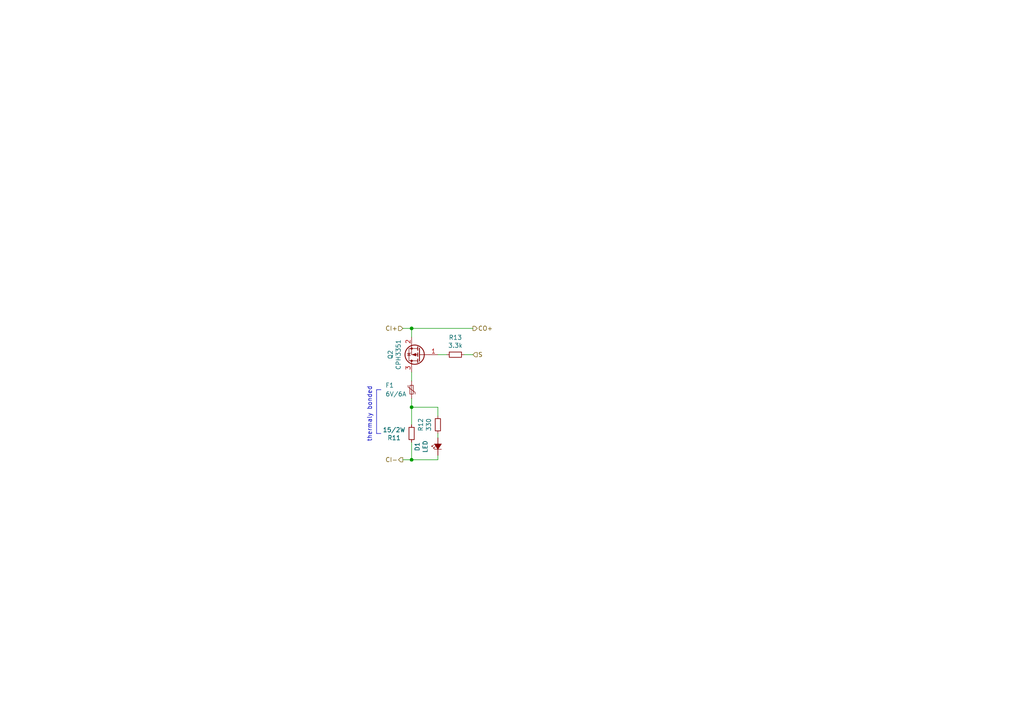
<source format=kicad_sch>
(kicad_sch (version 20230121) (generator eeschema)
  (paper "A4")
  (lib_symbols
    (symbol "1206l600slwr:1206L600SLWR" (pin_numbers hide) (pin_names (offset 0.762) hide)
      (property "Reference" "F" (at 13.97 6.35 0))
      (property "Value" "1206L600SLWR" (at 13.97 3.81 0))
      (symbol "1206L600SLWR_0_1"
        (rectangle (start -1.27 -0.508) (end 1.27 0.508))
        (polyline (pts (xy -2.54 0) (xy 2.54 0)))
        (polyline (pts (xy -1.27 -1.016) (xy -0.762 -1.016) (xy 0.762 1.016) (xy 1.27 1.016)))
      )
      (symbol "1206L600SLWR_1_0"
        (pin passive line (at -2.54 0 0) (length 0) (name "~") (number "1"))
        (pin passive line (at 2.54 0 180) (length 0) (name "~") (number "2"))
      )
    )
    (symbol "PUTM_EV_BMS_HV_Slave_2021-rescue:LED_Small_ALT-Device" (pin_numbers hide) (pin_names (offset 0.254) hide)
      (property "Reference" "D" (at -1.27 3.175 0))
      (property "Value" "LED_Small_ALT-Device" (at -4.445 -2.54 0))
      (symbol "LED_Small_ALT-Device_0_1"
        (polyline (pts (xy -0.762 -1.016) (xy -0.762 1.016)))
        (polyline (pts (xy 1.016 0) (xy -0.762 0)))
        (polyline (pts (xy 0.762 -1.016) (xy -0.762 0) (xy 0.762 1.016) (xy 0.762 -1.016)) (fill (type outline)))
        (polyline (pts (xy 0 0.762) (xy -0.508 1.27) (xy -0.254 1.27) (xy -0.508 1.27) (xy -0.508 1.016)))
        (polyline (pts (xy 0.508 1.27) (xy 0 1.778) (xy 0.254 1.778) (xy 0 1.778) (xy 0 1.524)))
      )
      (symbol "LED_Small_ALT-Device_1_1"
        (pin passive line (at -2.54 0 0) (length 1.778) (name "K") (number "1"))
        (pin passive line (at 2.54 0 180) (length 1.778) (name "A") (number "2"))
      )
    )
    (symbol "PUTM_EV_BMS_HV_Slave_2021-rescue:Q_PMOS_GSD-Device" (pin_names (offset 0) hide)
      (property "Reference" "Q" (at 5.08 1.27 0))
      (property "Value" "Q_PMOS_GSD-Device" (at 5.08 -1.27 0))
      (symbol "Q_PMOS_GSD-Device_0_1"
        (polyline (pts (xy 0.254 0) (xy -2.54 0)))
        (polyline (pts (xy 0.254 1.905) (xy 0.254 -1.905)) (stroke (width 0.254)))
        (polyline (pts (xy 0.762 -1.27) (xy 0.762 -2.286)) (stroke (width 0.254)))
        (polyline (pts (xy 0.762 0.508) (xy 0.762 -0.508)) (stroke (width 0.254)))
        (polyline (pts (xy 0.762 2.286) (xy 0.762 1.27)) (stroke (width 0.254)))
        (polyline (pts (xy 2.54 2.54) (xy 2.54 1.778)))
        (polyline (pts (xy 2.54 -2.54) (xy 2.54 0) (xy 0.762 0)))
        (polyline (pts (xy 0.762 1.778) (xy 3.302 1.778) (xy 3.302 -1.778) (xy 0.762 -1.778)))
        (polyline (pts (xy 2.286 0) (xy 1.27 0.381) (xy 1.27 -0.381) (xy 2.286 0)) (fill (type outline)))
        (polyline (pts (xy 2.794 -0.508) (xy 2.921 -0.381) (xy 3.683 -0.381) (xy 3.81 -0.254)))
        (polyline (pts (xy 3.302 -0.381) (xy 2.921 0.254) (xy 3.683 0.254) (xy 3.302 -0.381)))
        (circle (center 1.651 0) (radius 2.794) (stroke (width 0.254)))
        (circle (center 2.54 -1.778) (radius 0.254) (fill (type outline)))
        (circle (center 2.54 1.778) (radius 0.254) (fill (type outline)))
      )
      (symbol "Q_PMOS_GSD-Device_1_1"
        (pin input line (at -5.08 0 0) (length 2.54) (name "G") (number "1"))
        (pin passive line (at 2.54 -5.08 90) (length 2.54) (name "S") (number "2"))
        (pin passive line (at 2.54 5.08 270) (length 2.54) (name "D") (number "3"))
      )
    )
    (symbol "PUTM_EV_BMS_HV_Slave_2021-rescue:R_Small-Device" (pin_numbers hide) (pin_names (offset 0.254) hide)
      (property "Reference" "R" (at 0.762 0.508 0))
      (property "Value" "R_Small-Device" (at 0.762 -1.016 0))
      (symbol "R_Small-Device_0_1"
        (rectangle (start -0.762 1.778) (end 0.762 -1.778) (stroke (width 0.2032)))
      )
      (symbol "R_Small-Device_1_1"
        (pin passive line (at 0 2.54 270) (length 0.762) (name "~") (number "1"))
        (pin passive line (at 0 -2.54 90) (length 0.762) (name "~") (number "2"))
      )
    )
  )
  (junction (at 119.38 133.35))
  (junction (at 119.38 95.25))
  (junction (at 119.38 118.11))
  (wire (pts (xy 119.38 95.25) (xy 137.16 95.25)))
  (wire (pts (xy 134.62 102.87) (xy 137.16 102.87)))
  (wire (pts (xy 127 102.87) (xy 129.54 102.87)))
  (wire (pts (xy 127 120.65) (xy 127 118.11)))
  (wire (pts (xy 119.38 107.95) (xy 119.38 110.49)))
  (wire (pts (xy 119.38 118.11) (xy 127 118.11)))
  (polyline (pts (xy 109.22 125.73) (xy 110.49 125.73)))
  (polyline (pts (xy 109.22 113.03) (xy 109.22 125.73)))
  (wire (pts (xy 116.84 133.35) (xy 119.38 133.35)))
  (wire (pts (xy 116.84 95.25) (xy 119.38 95.25)))
  (wire (pts (xy 119.38 133.35) (xy 127 133.35)))
  (wire (pts (xy 119.38 128.27) (xy 119.38 133.35)))
  (wire (pts (xy 119.38 115.57) (xy 119.38 118.11)))
  (wire (pts (xy 119.38 118.11) (xy 119.38 123.19)))
  (wire (pts (xy 127 125.73) (xy 127 127)))
  (wire (pts (xy 119.38 95.25) (xy 119.38 97.79)))
  (polyline (pts (xy 110.49 113.03) (xy 109.22 113.03)))
  (wire (pts (xy 127 133.35) (xy 127 132.08)))
  (text "thermaly bonded" (at 107.95 128.27 90) (effects (font (size 1.27 1.27)) (justify left bottom)))
  (hierarchical_label "CO+" (shape output) (at 137.16 95.25 0))
  (hierarchical_label "S" (shape input) (at 137.16 102.87 0))
  (hierarchical_label "CI-" (shape output) (at 116.84 133.35 180))
  (hierarchical_label "CI+" (shape input) (at 116.84 95.25 180))
  (symbol (lib_id "PUTM_EV_BMS_HV_Slave_2021-rescue:R_Small-Device") (at 127 123.19 0) (unit 1)
    (property "Reference" "R12" (at 122.0216 123.19 90))
    (property "Value" "330" (at 124.333 123.19 90))
    (property "Footprint" "Resistor_SMD:R_0603_1608Metric" (effects hide))
    (property "Manufacturer_Part_Number" "RT0603FRE07330RL" (effects hide))
    (property "Mouser Part Number" "603-RT0603FRE07330RL" (effects hide))
    (property "Mouser Price/Stock" "https://www.mouser.pl/ProductDetail/YAGEO/RT0603FRE07330RL?qs=%2Ff7pOCXLR5eC%252B7ufUFQIvA%3D%3D" (effects hide))
    (instances (project "PUTM_EV_BMS_HV_SLAVE_2024" (path "" (reference "R12") (unit 1)) (path "" (reference "R10") (unit 1)) (path "" (reference "R26") (unit 1)) (path "" (reference "R14") (unit 1)) (path "" (reference "R18") (unit 1)) (path "" (reference "R22") (unit 1)) (path "" (reference "R46") (unit 1)) (path "" (reference "R30") (unit 1)) (path "" (reference "R34") (unit 1)) (path "" (reference "R38") (unit 1)) (path "" (reference "R42") (unit 1)) (path "" (reference "R92") (unit 1)) (path "" (reference "R64") (unit 1)) (path "" (reference "R80") (unit 1)) (path "" (reference "R96") (unit 1)) (path "" (reference "R68") (unit 1)) (path "" (reference "R76") (unit 1)) (path "" (reference "R88") (unit 1)) (path "" (reference "R60") (unit 1)) (path "" (reference "R72") (unit 1)) (path "" (reference "R84") (unit 1))) (project "PUTM_EV_BMS_HV_Slave_2021" (path "" (reference "R?") (unit 1)) (path "" (reference "R?") (unit 1)) (path "" (reference "R?") (unit 1)) (path "" (reference "R?") (unit 1)) (path "" (reference "R126") (unit 1)) (path "" (reference "R?") (unit 1)) (path "" (reference "R?") (unit 1)) (path "" (reference "R?") (unit 1))))
  )
  (symbol (lib_id "PUTM_EV_BMS_HV_Slave_2021-rescue:R_Small-Device") (at 119.38 125.73 0) (unit 1)
    (property "Reference" "R11" (at 114.3 127 0))
    (property "Value" "15/2W" (at 114.3 124.6886 0))
    (property "Footprint" "Samacsys:RESC6331X80N" (effects hide))
    (property "CBOM" "HP2512-15R" (effects hide))
    (property "Manufacturer_Part_Number" "CRM2512QFW-10R0ELF" (effects hide))
    (property "Mouser Part Number" "652-CRM2512QFW-10R0E" (effects hide))
    (property "Mouser Price/Stock" "https://www.mouser.pl/ProductDetail/Bourns/CRM2512QFW-10R0ELF?qs=8Wlm6%252BaMh8S09moY%252BdPydQ%3D%3D" (effects hide))
    (instances (project "PUTM_EV_BMS_HV_SLAVE_2024" (path "" (reference "R11") (unit 1)) (path "" (reference "R9") (unit 1)) (path "" (reference "R25") (unit 1)) (path "" (reference "R13") (unit 1)) (path "" (reference "R17") (unit 1)) (path "" (reference "R21") (unit 1)) (path "" (reference "R45") (unit 1)) (path "" (reference "R29") (unit 1)) (path "" (reference "R33") (unit 1)) (path "" (reference "R37") (unit 1)) (path "" (reference "R41") (unit 1)) (path "" (reference "R91") (unit 1)) (path "" (reference "R63") (unit 1)) (path "" (reference "R79") (unit 1)) (path "" (reference "R95") (unit 1)) (path "" (reference "R67") (unit 1)) (path "" (reference "R75") (unit 1)) (path "" (reference "R87") (unit 1)) (path "" (reference "R59") (unit 1)) (path "" (reference "R71") (unit 1)) (path "" (reference "R83") (unit 1))) (project "PUTM_EV_BMS_HV_Slave_2021" (path "" (reference "R?") (unit 1)) (path "" (reference "R?") (unit 1)) (path "" (reference "R?") (unit 1)) (path "" (reference "R?") (unit 1)) (path "" (reference "R117") (unit 1)) (path "" (reference "R?") (unit 1)) (path "" (reference "R?") (unit 1)) (path "" (reference "R?") (unit 1))))
  )
  (symbol (lib_id "PUTM_EV_BMS_HV_Slave_2021-rescue:LED_Small_ALT-Device") (at 127 129.54 90) (unit 1)
    (property "Reference" "D1" (at 121.031 129.54 0))
    (property "Value" "LED" (at 123.3424 129.54 0))
    (property "Footprint" "LED_SMD:LED_0603_1608Metric" (effects hide))
    (property "CBOM" "LL-S190SC-2S" (effects hide))
    (property "Manufacturer_Part_Number" "150060SS75000" (effects hide))
    (property "Mouser Part Number" "710-150060SS75000" (effects hide))
    (property "Mouser Price/Stock" "https://www.mouser.pl/ProductDetail/Wurth-Elektronik/150060SS75000?qs=LlUlMxKIyB0oQaxwspeTEA%3D%3D" (effects hide))
    (instances (project "PUTM_EV_BMS_HV_SLAVE_2024" (path "" (reference "D1") (unit 1)) (path "" (reference "D1") (unit 1)) (path "" (reference "D5") (unit 1)) (path "" (reference "D2") (unit 1)) (path "" (reference "D3") (unit 1)) (path "" (reference "D4") (unit 1)) (path "" (reference "D10") (unit 1)) (path "" (reference "D6") (unit 1)) (path "" (reference "D7") (unit 1)) (path "" (reference "D8") (unit 1)) (path "" (reference "D9") (unit 1)) (path "" (reference "D19") (unit 1)) (path "" (reference "D12") (unit 1)) (path "" (reference "D16") (unit 1)) (path "" (reference "D20") (unit 1)) (path "" (reference "D13") (unit 1)) (path "" (reference "D15") (unit 1)) (path "" (reference "D18") (unit 1)) (path "" (reference "D11") (unit 1)) (path "" (reference "D14") (unit 1)) (path "" (reference "D17") (unit 1))) (project "PUTM_EV_BMS_HV_Slave_2021" (path "" (reference "D?") (unit 1)) (path "" (reference "D?") (unit 1)) (path "" (reference "D?") (unit 1)) (path "" (reference "D?") (unit 1)) (path "" (reference "D25") (unit 1)) (path "" (reference "D?") (unit 1)) (path "" (reference "D?") (unit 1)) (path "" (reference "D?") (unit 1))))
  )
  (symbol (lib_id "PUTM_EV_BMS_HV_Slave_2021-rescue:R_Small-Device") (at 132.08 102.87 270) (unit 1)
    (property "Reference" "R13" (at 132.08 97.8916 90))
    (property "Value" "3.3k" (at 132.08 100.203 90))
    (property "Footprint" "Resistor_SMD:R_0603_1608Metric" (effects hide))
    (property "Manufacturer_Part_Number" "RT0603FRE073K3L" (effects hide))
    (property "Mouser Part Number" "603-RT0603FRE073K3L" (effects hide))
    (property "Mouser Price/Stock" "https://www.mouser.pl/ProductDetail/YAGEO/RT0603FRE073K3L?qs=8cPjvKtxWv4e7c7t%252BTLsig%3D%3D" (effects hide))
    (instances (project "PUTM_EV_BMS_HV_SLAVE_2024" (path "" (reference "R13") (unit 1)) (path "" (reference "R11") (unit 1)) (path "" (reference "R27") (unit 1)) (path "" (reference "R15") (unit 1)) (path "" (reference "R19") (unit 1)) (path "" (reference "R23") (unit 1)) (path "" (reference "R47") (unit 1)) (path "" (reference "R31") (unit 1)) (path "" (reference "R35") (unit 1)) (path "" (reference "R39") (unit 1)) (path "" (reference "R43") (unit 1)) (path "" (reference "R93") (unit 1)) (path "" (reference "R65") (unit 1)) (path "" (reference "R81") (unit 1)) (path "" (reference "R97") (unit 1)) (path "" (reference "R69") (unit 1)) (path "" (reference "R77") (unit 1)) (path "" (reference "R89") (unit 1)) (path "" (reference "R61") (unit 1)) (path "" (reference "R73") (unit 1)) (path "" (reference "R85") (unit 1))) (project "PUTM_EV_BMS_HV_Slave_2021" (path "" (reference "R?") (unit 1)) (path "" (reference "R?") (unit 1)) (path "" (reference "R?") (unit 1)) (path "" (reference "R?") (unit 1)) (path "" (reference "R135") (unit 1)) (path "" (reference "R?") (unit 1)) (path "" (reference "R?") (unit 1)) (path "" (reference "R?") (unit 1))))
  )
  (symbol (lib_id "PUTM_EV_BMS_HV_Slave_2021-rescue:Q_PMOS_GSD-Device") (at 121.92 102.87 180) (unit 1)
    (property "Reference" "Q2" (at 113.2332 102.87 90))
    (property "Value" "CPH3351" (at 115.5446 102.87 90))
    (property "Footprint" "Package_TO_SOT_SMD:SOT-23" (effects hide))
    (property "CBOM" "CPH3351-TL-W" (effects hide))
    (property "Manufacturer_Part_Number" "MMFTP3401" (effects hide))
    (property "Mouser Part Number" "637-MMFTP3401" (effects hide))
    (property "Mouser Price/Stock" "https://www.mouser.pl/ProductDetail/Diotec-Semiconductor/MMFTP3401?qs=OlC7AqGiEDm4awuFJShdIQ%3D%3D" (effects hide))
    (instances (project "PUTM_EV_BMS_HV_SLAVE_2024" (path "" (reference "Q2") (unit 1)) (path "" (reference "Q2") (unit 1)) (path "" (reference "Q6") (unit 1)) (path "" (reference "Q3") (unit 1)) (path "" (reference "Q4") (unit 1)) (path "" (reference "Q5") (unit 1)) (path "" (reference "Q11") (unit 1)) (path "" (reference "Q7") (unit 1)) (path "" (reference "Q8") (unit 1)) (path "" (reference "Q9") (unit 1)) (path "" (reference "Q10") (unit 1)) (path "" (reference "Q21") (unit 1)) (path "" (reference "Q14") (unit 1)) (path "" (reference "Q18") (unit 1)) (path "" (reference "Q22") (unit 1)) (path "" (reference "Q15") (unit 1)) (path "" (reference "Q17") (unit 1)) (path "" (reference "Q20") (unit 1)) (path "" (reference "Q13") (unit 1)) (path "" (reference "Q16") (unit 1)) (path "" (reference "Q19") (unit 1))) (project "PUTM_EV_BMS_HV_Slave_2021" (path "" (reference "Q?") (unit 1)) (path "" (reference "Q?") (unit 1)) (path "" (reference "Q?") (unit 1)) (path "" (reference "Q?") (unit 1)) (path "" (reference "Q27") (unit 1)) (path "" (reference "Q?") (unit 1)) (path "" (reference "Q?") (unit 1)) (path "" (reference "Q?") (unit 1))))
  )
  (symbol (lib_id "1206l600slwr:1206L600SLWR") (at 119.38 113.03 90) (unit 1)
    (property "Reference" "F1" (at 111.76 111.76 90) (effects (justify right)))
    (property "Value" "6V/6A" (at 111.76 114.3 90) (effects (justify right)))
    (property "Footprint" "Samacsys:1206L075SLYR" (effects hide))
    (property "Datasheet" "https://www.littelfuse.com/~/media/electronics/datasheets/resettable_ptcs/littelfuse_ptc_low_rho_datasheet.pdf.pdf" (effects hide))
    (property "Description" "Low Rho Surface Mount Resettable PTC Fuse" (effects hide))
    (property "Height" "0.7" (effects hide))
    (property "Mouser Part Number" "576-1206L600SLWR" (effects hide))
    (property "Mouser Price/Stock" "https://www.mouser.co.uk/ProductDetail/Littelfuse/1206L600SLWR?qs=7MVldsJ5UaxXzL4g3iWlfA%3D%3D" (effects hide))
    (property "Manufacturer_Name" "LITTELFUSE" (effects hide))
    (property "Manufacturer_Part_Number" "1206L600SLWR" (effects hide))
    (instances (project "PUTM_EV_BMS_HV_SLAVE_2024" (path "" (reference "F1") (unit 1)) (path "" (reference "F2") (unit 1)) (path "" (reference "F3") (unit 1)) (path "" (reference "F4") (unit 1)) (path "" (reference "F5") (unit 1)) (path "" (reference "F6") (unit 1)) (path "" (reference "F7") (unit 1)) (path "" (reference "F8") (unit 1)) (path "" (reference "F9") (unit 1)) (path "" (reference "F10") (unit 1)) (path "" (reference "F11") (unit 1)) (path "" (reference "F12") (unit 1)) (path "" (reference "F13") (unit 1)) (path "" (reference "F14") (unit 1)) (path "" (reference "F15") (unit 1)) (path "" (reference "F16") (unit 1)) (path "" (reference "F17") (unit 1)) (path "" (reference "F18") (unit 1)) (path "" (reference "F19") (unit 1)) (path "" (reference "F20") (unit 1))))
  )
)
</source>
